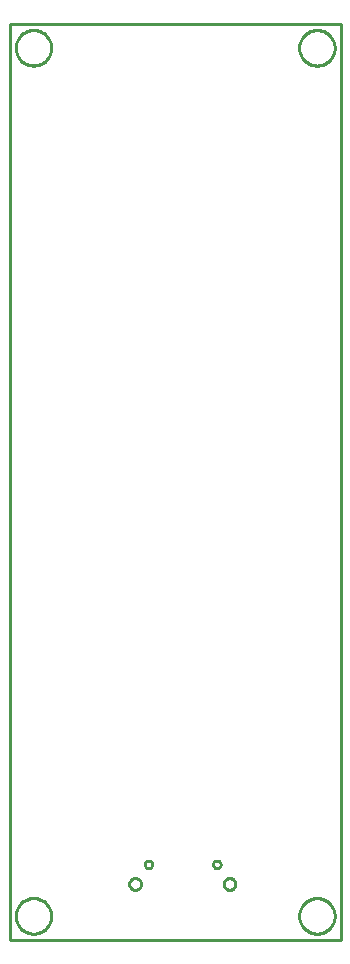
<source format=gbr>
From c3ca4f95bd59f69d45e582a4149327f57a360760 Mon Sep 17 00:00:00 2001
From: jaseg <git@jaseg.de>
Date: Sun, 30 Jan 2022 20:11:38 +0100
Subject: Rename gerbonara/gerber package to just gerbonara

---
 .../gerber/tests/resources/eagle_files/profile.gbr | 588 ---------------------
 1 file changed, 588 deletions(-)
 delete mode 100644 gerbonara/gerber/tests/resources/eagle_files/profile.gbr

(limited to 'gerbonara/gerber/tests/resources/eagle_files/profile.gbr')

diff --git a/gerbonara/gerber/tests/resources/eagle_files/profile.gbr b/gerbonara/gerber/tests/resources/eagle_files/profile.gbr
deleted file mode 100644
index 26b46c6..0000000
--- a/gerbonara/gerber/tests/resources/eagle_files/profile.gbr
+++ /dev/null
@@ -1,588 +0,0 @@
-G04 EAGLE Gerber RS-274X export*
-G75*
-%MOMM*%
-%FSLAX34Y34*%
-%LPD*%
-%IN*%
-%IPPOS*%
-%AMOC8*
-5,1,8,0,0,1.08239X$1,22.5*%
-G01*
-%ADD10C,0.254000*%
-
-
-D10*
-X0Y0D02*
-X280000Y0D01*
-X280000Y775000D01*
-X0Y775000D01*
-X0Y0D01*
-X275000Y754464D02*
-X274924Y753396D01*
-X274771Y752335D01*
-X274543Y751288D01*
-X274241Y750260D01*
-X273867Y749256D01*
-X273422Y748281D01*
-X272908Y747341D01*
-X272329Y746440D01*
-X271687Y745582D01*
-X270985Y744772D01*
-X270228Y744015D01*
-X269418Y743313D01*
-X268560Y742671D01*
-X267659Y742092D01*
-X266719Y741578D01*
-X265744Y741133D01*
-X264740Y740759D01*
-X263712Y740457D01*
-X262665Y740229D01*
-X261604Y740076D01*
-X260536Y740000D01*
-X259464Y740000D01*
-X258396Y740076D01*
-X257335Y740229D01*
-X256288Y740457D01*
-X255260Y740759D01*
-X254256Y741133D01*
-X253281Y741578D01*
-X252341Y742092D01*
-X251440Y742671D01*
-X250582Y743313D01*
-X249772Y744015D01*
-X249015Y744772D01*
-X248313Y745582D01*
-X247671Y746440D01*
-X247092Y747341D01*
-X246578Y748281D01*
-X246133Y749256D01*
-X245759Y750260D01*
-X245457Y751288D01*
-X245229Y752335D01*
-X245076Y753396D01*
-X245000Y754464D01*
-X245000Y755536D01*
-X245076Y756604D01*
-X245229Y757665D01*
-X245457Y758712D01*
-X245759Y759740D01*
-X246133Y760744D01*
-X246578Y761719D01*
-X247092Y762659D01*
-X247671Y763560D01*
-X248313Y764418D01*
-X249015Y765228D01*
-X249772Y765985D01*
-X250582Y766687D01*
-X251440Y767329D01*
-X252341Y767908D01*
-X253281Y768422D01*
-X254256Y768867D01*
-X255260Y769241D01*
-X256288Y769543D01*
-X257335Y769771D01*
-X258396Y769924D01*
-X259464Y770000D01*
-X260536Y770000D01*
-X261604Y769924D01*
-X262665Y769771D01*
-X263712Y769543D01*
-X264740Y769241D01*
-X265744Y768867D01*
-X266719Y768422D01*
-X267659Y767908D01*
-X268560Y767329D01*
-X269418Y766687D01*
-X270228Y765985D01*
-X270985Y765228D01*
-X271687Y764418D01*
-X272329Y763560D01*
-X272908Y762659D01*
-X273422Y761719D01*
-X273867Y760744D01*
-X274241Y759740D01*
-X274543Y758712D01*
-X274771Y757665D01*
-X274924Y756604D01*
-X275000Y755536D01*
-X275000Y754464D01*
-X35000Y754464D02*
-X34924Y753396D01*
-X34771Y752335D01*
-X34543Y751288D01*
-X34241Y750260D01*
-X33867Y749256D01*
-X33422Y748281D01*
-X32908Y747341D01*
-X32329Y746440D01*
-X31687Y745582D01*
-X30985Y744772D01*
-X30228Y744015D01*
-X29418Y743313D01*
-X28560Y742671D01*
-X27659Y742092D01*
-X26719Y741578D01*
-X25744Y741133D01*
-X24740Y740759D01*
-X23712Y740457D01*
-X22665Y740229D01*
-X21604Y740076D01*
-X20536Y740000D01*
-X19464Y740000D01*
-X18396Y740076D01*
-X17335Y740229D01*
-X16288Y740457D01*
-X15260Y740759D01*
-X14256Y741133D01*
-X13281Y741578D01*
-X12341Y742092D01*
-X11440Y742671D01*
-X10582Y743313D01*
-X9772Y744015D01*
-X9015Y744772D01*
-X8313Y745582D01*
-X7671Y746440D01*
-X7092Y747341D01*
-X6578Y748281D01*
-X6133Y749256D01*
-X5759Y750260D01*
-X5457Y751288D01*
-X5229Y752335D01*
-X5076Y753396D01*
-X5000Y754464D01*
-X5000Y755536D01*
-X5076Y756604D01*
-X5229Y757665D01*
-X5457Y758712D01*
-X5759Y759740D01*
-X6133Y760744D01*
-X6578Y761719D01*
-X7092Y762659D01*
-X7671Y763560D01*
-X8313Y764418D01*
-X9015Y765228D01*
-X9772Y765985D01*
-X10582Y766687D01*
-X11440Y767329D01*
-X12341Y767908D01*
-X13281Y768422D01*
-X14256Y768867D01*
-X15260Y769241D01*
-X16288Y769543D01*
-X17335Y769771D01*
-X18396Y769924D01*
-X19464Y770000D01*
-X20536Y770000D01*
-X21604Y769924D01*
-X22665Y769771D01*
-X23712Y769543D01*
-X24740Y769241D01*
-X25744Y768867D01*
-X26719Y768422D01*
-X27659Y767908D01*
-X28560Y767329D01*
-X29418Y766687D01*
-X30228Y765985D01*
-X30985Y765228D01*
-X31687Y764418D01*
-X32329Y763560D01*
-X32908Y762659D01*
-X33422Y761719D01*
-X33867Y760744D01*
-X34241Y759740D01*
-X34543Y758712D01*
-X34771Y757665D01*
-X34924Y756604D01*
-X35000Y755536D01*
-X35000Y754464D01*
-X275000Y19464D02*
-X274924Y18396D01*
-X274771Y17335D01*
-X274543Y16288D01*
-X274241Y15260D01*
-X273867Y14256D01*
-X273422Y13281D01*
-X272908Y12341D01*
-X272329Y11440D01*
-X271687Y10582D01*
-X270985Y9772D01*
-X270228Y9015D01*
-X269418Y8313D01*
-X268560Y7671D01*
-X267659Y7092D01*
-X266719Y6578D01*
-X265744Y6133D01*
-X264740Y5759D01*
-X263712Y5457D01*
-X262665Y5229D01*
-X261604Y5076D01*
-X260536Y5000D01*
-X259464Y5000D01*
-X258396Y5076D01*
-X257335Y5229D01*
-X256288Y5457D01*
-X255260Y5759D01*
-X254256Y6133D01*
-X253281Y6578D01*
-X252341Y7092D01*
-X251440Y7671D01*
-X250582Y8313D01*
-X249772Y9015D01*
-X249015Y9772D01*
-X248313Y10582D01*
-X247671Y11440D01*
-X247092Y12341D01*
-X246578Y13281D01*
-X246133Y14256D01*
-X245759Y15260D01*
-X245457Y16288D01*
-X245229Y17335D01*
-X245076Y18396D01*
-X245000Y19464D01*
-X245000Y20536D01*
-X245076Y21604D01*
-X245229Y22665D01*
-X245457Y23712D01*
-X245759Y24740D01*
-X246133Y25744D01*
-X246578Y26719D01*
-X247092Y27659D01*
-X247671Y28560D01*
-X248313Y29418D01*
-X249015Y30228D01*
-X249772Y30985D01*
-X250582Y31687D01*
-X251440Y32329D01*
-X252341Y32908D01*
-X253281Y33422D01*
-X254256Y33867D01*
-X255260Y34241D01*
-X256288Y34543D01*
-X257335Y34771D01*
-X258396Y34924D01*
-X259464Y35000D01*
-X260536Y35000D01*
-X261604Y34924D01*
-X262665Y34771D01*
-X263712Y34543D01*
-X264740Y34241D01*
-X265744Y33867D01*
-X266719Y33422D01*
-X267659Y32908D01*
-X268560Y32329D01*
-X269418Y31687D01*
-X270228Y30985D01*
-X270985Y30228D01*
-X271687Y29418D01*
-X272329Y28560D01*
-X272908Y27659D01*
-X273422Y26719D01*
-X273867Y25744D01*
-X274241Y24740D01*
-X274543Y23712D01*
-X274771Y22665D01*
-X274924Y21604D01*
-X275000Y20536D01*
-X275000Y19464D01*
-X35000Y19464D02*
-X34924Y18396D01*
-X34771Y17335D01*
-X34543Y16288D01*
-X34241Y15260D01*
-X33867Y14256D01*
-X33422Y13281D01*
-X32908Y12341D01*
-X32329Y11440D01*
-X31687Y10582D01*
-X30985Y9772D01*
-X30228Y9015D01*
-X29418Y8313D01*
-X28560Y7671D01*
-X27659Y7092D01*
-X26719Y6578D01*
-X25744Y6133D01*
-X24740Y5759D01*
-X23712Y5457D01*
-X22665Y5229D01*
-X21604Y5076D01*
-X20536Y5000D01*
-X19464Y5000D01*
-X18396Y5076D01*
-X17335Y5229D01*
-X16288Y5457D01*
-X15260Y5759D01*
-X14256Y6133D01*
-X13281Y6578D01*
-X12341Y7092D01*
-X11440Y7671D01*
-X10582Y8313D01*
-X9772Y9015D01*
-X9015Y9772D01*
-X8313Y10582D01*
-X7671Y11440D01*
-X7092Y12341D01*
-X6578Y13281D01*
-X6133Y14256D01*
-X5759Y15260D01*
-X5457Y16288D01*
-X5229Y17335D01*
-X5076Y18396D01*
-X5000Y19464D01*
-X5000Y20536D01*
-X5076Y21604D01*
-X5229Y22665D01*
-X5457Y23712D01*
-X5759Y24740D01*
-X6133Y25744D01*
-X6578Y26719D01*
-X7092Y27659D01*
-X7671Y28560D01*
-X8313Y29418D01*
-X9015Y30228D01*
-X9772Y30985D01*
-X10582Y31687D01*
-X11440Y32329D01*
-X12341Y32908D01*
-X13281Y33422D01*
-X14256Y33867D01*
-X15260Y34241D01*
-X16288Y34543D01*
-X17335Y34771D01*
-X18396Y34924D01*
-X19464Y35000D01*
-X20536Y35000D01*
-X21604Y34924D01*
-X22665Y34771D01*
-X23712Y34543D01*
-X24740Y34241D01*
-X25744Y33867D01*
-X26719Y33422D01*
-X27659Y32908D01*
-X28560Y32329D01*
-X29418Y31687D01*
-X30228Y30985D01*
-X30985Y30228D01*
-X31687Y29418D01*
-X32329Y28560D01*
-X32908Y27659D01*
-X33422Y26719D01*
-X33867Y25744D01*
-X34241Y24740D01*
-X34543Y23712D01*
-X34771Y22665D01*
-X34924Y21604D01*
-X35000Y20536D01*
-X35000Y19464D01*
-X120700Y63437D02*
-X120644Y63015D01*
-X120534Y62603D01*
-X120371Y62209D01*
-X120158Y61841D01*
-X119899Y61503D01*
-X119597Y61201D01*
-X119259Y60942D01*
-X118891Y60729D01*
-X118497Y60566D01*
-X118085Y60456D01*
-X117663Y60400D01*
-X117237Y60400D01*
-X116815Y60456D01*
-X116403Y60566D01*
-X116009Y60729D01*
-X115641Y60942D01*
-X115303Y61201D01*
-X115001Y61503D01*
-X114742Y61841D01*
-X114529Y62209D01*
-X114366Y62603D01*
-X114256Y63015D01*
-X114200Y63437D01*
-X114200Y63863D01*
-X114256Y64285D01*
-X114366Y64697D01*
-X114529Y65091D01*
-X114742Y65459D01*
-X115001Y65797D01*
-X115303Y66099D01*
-X115641Y66358D01*
-X116009Y66571D01*
-X116403Y66734D01*
-X116815Y66844D01*
-X117237Y66900D01*
-X117663Y66900D01*
-X118085Y66844D01*
-X118497Y66734D01*
-X118891Y66571D01*
-X119259Y66358D01*
-X119597Y66099D01*
-X119899Y65797D01*
-X120158Y65459D01*
-X120371Y65091D01*
-X120534Y64697D01*
-X120644Y64285D01*
-X120700Y63863D01*
-X120700Y63437D01*
-X178500Y63437D02*
-X178444Y63015D01*
-X178334Y62603D01*
-X178171Y62209D01*
-X177958Y61841D01*
-X177699Y61503D01*
-X177397Y61201D01*
-X177059Y60942D01*
-X176691Y60729D01*
-X176297Y60566D01*
-X175885Y60456D01*
-X175463Y60400D01*
-X175037Y60400D01*
-X174615Y60456D01*
-X174203Y60566D01*
-X173809Y60729D01*
-X173441Y60942D01*
-X173103Y61201D01*
-X172801Y61503D01*
-X172542Y61841D01*
-X172329Y62209D01*
-X172166Y62603D01*
-X172056Y63015D01*
-X172000Y63437D01*
-X172000Y63863D01*
-X172056Y64285D01*
-X172166Y64697D01*
-X172329Y65091D01*
-X172542Y65459D01*
-X172801Y65797D01*
-X173103Y66099D01*
-X173441Y66358D01*
-X173809Y66571D01*
-X174203Y66734D01*
-X174615Y66844D01*
-X175037Y66900D01*
-X175463Y66900D01*
-X175885Y66844D01*
-X176297Y66734D01*
-X176691Y66571D01*
-X177059Y66358D01*
-X177397Y66099D01*
-X177699Y65797D01*
-X177958Y65459D01*
-X178171Y65091D01*
-X178334Y64697D01*
-X178444Y64285D01*
-X178500Y63863D01*
-X178500Y63437D01*
-X181050Y46719D02*
-X181113Y46161D01*
-X181238Y45614D01*
-X181423Y45084D01*
-X181667Y44578D01*
-X181966Y44102D01*
-X182316Y43663D01*
-X182713Y43266D01*
-X183152Y42916D01*
-X183628Y42617D01*
-X184134Y42373D01*
-X184664Y42188D01*
-X185211Y42063D01*
-X185769Y42000D01*
-X186331Y42000D01*
-X186889Y42063D01*
-X187436Y42188D01*
-X187966Y42373D01*
-X188472Y42617D01*
-X188948Y42916D01*
-X189387Y43266D01*
-X189784Y43663D01*
-X190134Y44102D01*
-X190433Y44578D01*
-X190677Y45084D01*
-X190862Y45614D01*
-X190987Y46161D01*
-X191050Y46719D01*
-X191050Y47281D01*
-X190987Y47839D01*
-X190862Y48386D01*
-X190677Y48916D01*
-X190433Y49422D01*
-X190134Y49898D01*
-X189784Y50337D01*
-X189387Y50734D01*
-X188948Y51084D01*
-X188472Y51383D01*
-X187966Y51627D01*
-X187436Y51812D01*
-X186889Y51937D01*
-X186331Y52000D01*
-X185769Y52000D01*
-X185211Y51937D01*
-X184664Y51812D01*
-X184134Y51627D01*
-X183628Y51383D01*
-X183152Y51084D01*
-X182713Y50734D01*
-X182316Y50337D01*
-X181966Y49898D01*
-X181667Y49422D01*
-X181423Y48916D01*
-X181238Y48386D01*
-X181113Y47839D01*
-X181050Y47281D01*
-X181050Y46719D01*
-X101050Y46719D02*
-X101113Y46161D01*
-X101238Y45614D01*
-X101423Y45084D01*
-X101667Y44578D01*
-X101966Y44102D01*
-X102316Y43663D01*
-X102713Y43266D01*
-X103152Y42916D01*
-X103628Y42617D01*
-X104134Y42373D01*
-X104664Y42188D01*
-X105211Y42063D01*
-X105769Y42000D01*
-X106331Y42000D01*
-X106889Y42063D01*
-X107436Y42188D01*
-X107966Y42373D01*
-X108472Y42617D01*
-X108948Y42916D01*
-X109387Y43266D01*
-X109784Y43663D01*
-X110134Y44102D01*
-X110433Y44578D01*
-X110677Y45084D01*
-X110862Y45614D01*
-X110987Y46161D01*
-X111050Y46719D01*
-X111050Y47281D01*
-X110987Y47839D01*
-X110862Y48386D01*
-X110677Y48916D01*
-X110433Y49422D01*
-X110134Y49898D01*
-X109784Y50337D01*
-X109387Y50734D01*
-X108948Y51084D01*
-X108472Y51383D01*
-X107966Y51627D01*
-X107436Y51812D01*
-X106889Y51937D01*
-X106331Y52000D01*
-X105769Y52000D01*
-X105211Y51937D01*
-X104664Y51812D01*
-X104134Y51627D01*
-X103628Y51383D01*
-X103152Y51084D01*
-X102713Y50734D01*
-X102316Y50337D01*
-X101966Y49898D01*
-X101667Y49422D01*
-X101423Y48916D01*
-X101238Y48386D01*
-X101113Y47839D01*
-X101050Y47281D01*
-X101050Y46719D01*
-M02*
-- 
cgit 


</source>
